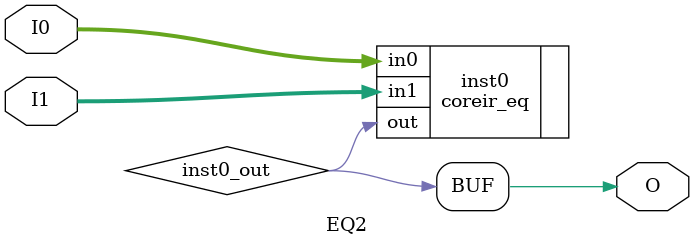
<source format=v>
module EQ2 (input [1:0] I0, input [1:0] I1, output  O);
wire  inst0_out;
coreir_eq inst0 (.in0(I0), .in1(I1), .out(inst0_out));
assign O = inst0_out;
endmodule


</source>
